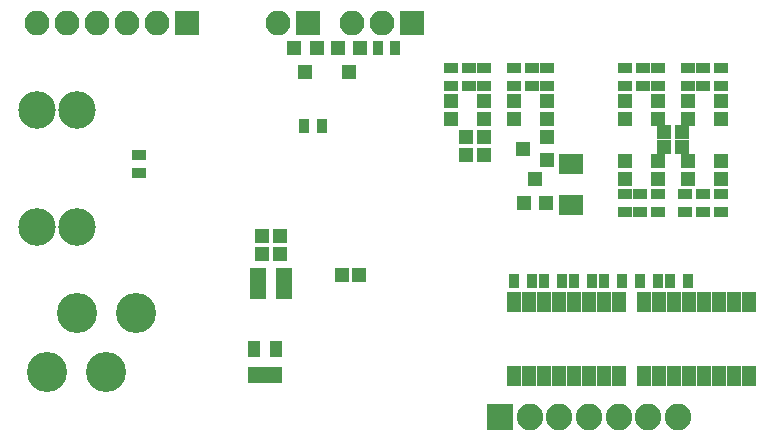
<source format=gbr>
G04 #@! TF.FileFunction,Soldermask,Bot*
%FSLAX46Y46*%
G04 Gerber Fmt 4.6, Leading zero omitted, Abs format (unit mm)*
G04 Created by KiCad (PCBNEW 4.0.7) date 05/04/18 22:17:42*
%MOMM*%
%LPD*%
G01*
G04 APERTURE LIST*
%ADD10C,0.100000*%
%ADD11R,1.150000X1.200000*%
%ADD12R,1.200000X1.150000*%
%ADD13R,2.100000X1.700000*%
%ADD14R,1.200000X1.300000*%
%ADD15C,3.180000*%
%ADD16R,2.250000X2.250000*%
%ADD17C,2.250000*%
%ADD18C,3.400000*%
%ADD19R,2.100000X2.100000*%
%ADD20O,2.100000X2.100000*%
%ADD21R,1.300000X1.200000*%
%ADD22R,0.900000X1.300000*%
%ADD23R,1.300000X0.900000*%
%ADD24R,1.200000X1.700000*%
%ADD25R,1.460000X0.800000*%
%ADD26R,1.050000X1.460000*%
G04 APERTURE END LIST*
D10*
D11*
X99314000Y-47510000D03*
X99314000Y-49010000D03*
X96774000Y-47510000D03*
X96774000Y-49010000D03*
X96774000Y-54090000D03*
X96774000Y-52590000D03*
X99314000Y-54090000D03*
X99314000Y-52590000D03*
X84582000Y-47510000D03*
X84582000Y-49010000D03*
X82042000Y-47510000D03*
X82042000Y-49010000D03*
D12*
X98794000Y-51435000D03*
X97294000Y-51435000D03*
X82030000Y-52070000D03*
X80530000Y-52070000D03*
X97294000Y-50165000D03*
X98794000Y-50165000D03*
X80530000Y-50546000D03*
X82030000Y-50546000D03*
D11*
X102108000Y-49010000D03*
X102108000Y-47510000D03*
X93980000Y-49010000D03*
X93980000Y-47510000D03*
X93980000Y-52590000D03*
X93980000Y-54090000D03*
X102108000Y-52590000D03*
X102108000Y-54090000D03*
X87376000Y-49010000D03*
X87376000Y-47510000D03*
X79248000Y-49010000D03*
X79248000Y-47510000D03*
D12*
X71489000Y-62230000D03*
X69989000Y-62230000D03*
X64758000Y-60452000D03*
X63258000Y-60452000D03*
X63258000Y-58928000D03*
X64758000Y-58928000D03*
D13*
X89408000Y-56360000D03*
X89408000Y-52860000D03*
D14*
X69662000Y-43069000D03*
X71562000Y-43069000D03*
X70612000Y-45069000D03*
X65979000Y-43069000D03*
X67879000Y-43069000D03*
X66929000Y-45069000D03*
D15*
X47625000Y-48260000D03*
X44225000Y-48260000D03*
X47625000Y-58180000D03*
X44225000Y-58180000D03*
D16*
X83439000Y-74295000D03*
D17*
X85939000Y-74295000D03*
X88439000Y-74295000D03*
X90939000Y-74295000D03*
X93439000Y-74295000D03*
X95939000Y-74295000D03*
X98439000Y-74295000D03*
D18*
X52584360Y-65483740D03*
X50085000Y-70485000D03*
X45085000Y-70485000D03*
X47584360Y-65483740D03*
D19*
X67183000Y-40894000D03*
D20*
X64643000Y-40894000D03*
D19*
X56896000Y-40894000D03*
D20*
X54356000Y-40894000D03*
X51816000Y-40894000D03*
X49276000Y-40894000D03*
X46736000Y-40894000D03*
X44196000Y-40894000D03*
D19*
X75946000Y-40894000D03*
D20*
X73406000Y-40894000D03*
X70866000Y-40894000D03*
D14*
X87310000Y-56118000D03*
X85410000Y-56118000D03*
X86360000Y-54118000D03*
D21*
X87360000Y-50612000D03*
X87360000Y-52512000D03*
X85360000Y-51562000D03*
D22*
X84594000Y-62738000D03*
X86094000Y-62738000D03*
X87134000Y-62738000D03*
X88634000Y-62738000D03*
X89674000Y-62738000D03*
X91174000Y-62738000D03*
X92214000Y-62738000D03*
X93714000Y-62738000D03*
X95262000Y-62738000D03*
X96762000Y-62738000D03*
X97802000Y-62738000D03*
X99302000Y-62738000D03*
D23*
X99314000Y-44716000D03*
X99314000Y-46216000D03*
X96774000Y-44716000D03*
X96774000Y-46216000D03*
X96774000Y-56884000D03*
X96774000Y-55384000D03*
X99060000Y-56884000D03*
X99060000Y-55384000D03*
X84582000Y-44716000D03*
X84582000Y-46216000D03*
X82042000Y-44716000D03*
X82042000Y-46216000D03*
X100584000Y-44716000D03*
X100584000Y-46216000D03*
X95504000Y-44716000D03*
X95504000Y-46216000D03*
X95250000Y-56884000D03*
X95250000Y-55384000D03*
X100584000Y-56884000D03*
X100584000Y-55384000D03*
X86106000Y-44716000D03*
X86106000Y-46216000D03*
X80772000Y-44716000D03*
X80772000Y-46216000D03*
X102108000Y-46216000D03*
X102108000Y-44716000D03*
X93980000Y-46216000D03*
X93980000Y-44716000D03*
X93980000Y-55384000D03*
X93980000Y-56884000D03*
X102108000Y-55384000D03*
X102108000Y-56884000D03*
X87376000Y-46216000D03*
X87376000Y-44716000D03*
X79248000Y-46216000D03*
X79248000Y-44716000D03*
D22*
X66814000Y-49657000D03*
X68314000Y-49657000D03*
D23*
X52832000Y-53582000D03*
X52832000Y-52082000D03*
D22*
X74537000Y-43053000D03*
X73037000Y-43053000D03*
D24*
X84577000Y-64541000D03*
X85857000Y-64541000D03*
X87117000Y-64541000D03*
X88387000Y-64541000D03*
X89667000Y-64541000D03*
X90937000Y-64541000D03*
X92197000Y-64541000D03*
X93477000Y-64541000D03*
X93477000Y-70841000D03*
X92197000Y-70841000D03*
X90937000Y-70841000D03*
X89667000Y-70841000D03*
X88387000Y-70841000D03*
X87117000Y-70841000D03*
X85857000Y-70841000D03*
X84577000Y-70841000D03*
X95626000Y-64541000D03*
X96906000Y-64541000D03*
X98166000Y-64541000D03*
X99436000Y-64541000D03*
X100716000Y-64541000D03*
X101986000Y-64541000D03*
X103246000Y-64541000D03*
X104526000Y-64541000D03*
X104526000Y-70841000D03*
X103246000Y-70841000D03*
X101986000Y-70841000D03*
X100716000Y-70841000D03*
X99436000Y-70841000D03*
X98166000Y-70841000D03*
X96906000Y-70841000D03*
X95626000Y-70841000D03*
D25*
X62908000Y-63972000D03*
X62908000Y-63322000D03*
X62908000Y-62662000D03*
X62908000Y-62012000D03*
X65108000Y-62012000D03*
X65108000Y-62662000D03*
X65108000Y-63322000D03*
X65108000Y-63972000D03*
D26*
X64450000Y-70696000D03*
X63500000Y-70696000D03*
X62550000Y-70696000D03*
X62550000Y-68496000D03*
X64450000Y-68496000D03*
M02*

</source>
